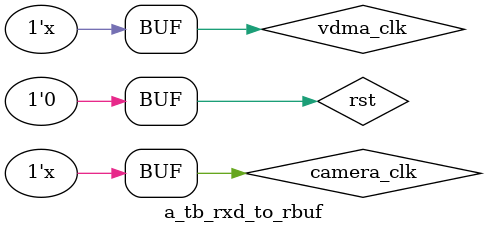
<source format=v>
`timescale 1ns / 1ps

module a_tb_rxd_to_rbuf;

reg         rst;
reg         camera_clk;
reg         vdma_clk;

initial begin
    camera_clk = 1'b1;
    vdma_clk  = 1'b1;
    rst       = 1'b1;
end

always
#20  rst = 1'b0;

always
#2  camera_clk = ~camera_clk;

always
#2  vdma_clk = ~vdma_clk;

wire [23:0] w_pixel;
wire        w_data_valid;
wire        w_hsync;
wire        w_vsync;
wire        w_hblanking;
wire        w_vblanking;

pat_gen_1920x1080x60_gradient    inst_pat_gen_1920x1080x60_gradient 
(
    .clk150                      (camera_clk),
    .o_pixel                     (w_pixel),
    .o_data_valid                (w_data_valid),
    .o_hsync                     (w_hsync),
    .o_vsync                     (w_vsync),
    .o_hblanking                 (w_hblanking),
    .o_vblanking                 (w_vblanking),
    .rst                         (rst)
);


//wire        vdma_clk;
//wire        i_vid_de;
//wire        i_vid_vblank;
//wire        i_vid_hblank;
//wire        i_vid_vsync;
//wire        i_vid_hsync;
//wire [11:0] i_vid_data;
//wire        i_aclk;
//wire        i_aclken;
//wire        i_aresetn;
//
//wire [15:0] o_m_axis_video_tdata;
//wire        o_m_axis_video_tvalid;
//wire        i_m_axis_video_tready;
//wire        o_m_axis_video_tuser;
//wire        o_m_axis_video_tlast;
//
//wire        o_vtd_active_video;
//wire        o_vtd_vblank;
//wire        o_vtd_hblank;
//wire        o_vtd_vsync;
//wire        o_vtd_hsync;
//wire        o_wr_error;
//wire        o_empty;
//wire        i_axis_enable;
//
//module vdma (
//    .vid_in_clk                  (vdma_clk),
//    .vid_de                      (i_vid_de),
//    .vid_vblank                  (i_vid_vblank),
//    .vid_hblank                  (i_vid_hblank),
//    .vid_vsync                   (i_vid_vsync),
//    .vid_hsync                   (i_vid_hsync),
//    .vid_data                    (i_vid_data),
//    .aclk                        (i_aclk),
//    .aclken                      (i_aclken),
//    .aresetn                     (i_aresetn),
//    .m_axis_video_tdata          (o_m_axis_video_tdata),
//    .m_axis_video_tvalid         (o_m_axis_video_tvalid),
//    .m_axis_video_tready         (i_m_axis_video_tready),
//    .m_axis_video_tuser          (o_m_axis_video_tuser),
//    .m_axis_video_tlast          (o_m_axis_video_tlast),
//    .vtd_active_video            (o_vtd_active_video),
//    .vtd_vblank                  (o_vtd_vblank),
//    .vtd_hblank                  (o_vtd_hblank),
//    .vtd_vsync                   (o_vtd_vsync),
//    .vtd_hsync                   (o_vtd_hsync),
//    .wr_error                    (o_wr_error),
//    .empty                       (o_empty),
//    .axis_enable                 (i_axis_enable),
//    .rst                         (rst)
//);



wire        w_xvs8;
wire        w_xhs8;
wire  [7:0] w_lvds8_0;
wire  [7:0] w_lvds8_1;
wire  [7:0] w_lvds8_2;
wire  [7:0] w_lvds8_3;
wire  [7:0] w_lvds8_4;
wire  [7:0] w_lvds8_5;
wire  [7:0] w_lvds8_6;
wire  [7:0] w_lvds8_7;

wire        w_xvs10;
wire        w_xhs10;
wire  [7:0] w_lvds10_00;
wire  [7:0] w_lvds10_01;
wire  [7:0] w_lvds10_02;
wire  [7:0] w_lvds10_03;
wire  [7:0] w_lvds10_04;
wire  [7:0] w_lvds10_05;
wire  [7:0] w_lvds10_06;
wire  [7:0] w_lvds10_07;

wire        w_xvs12;
wire        w_xhs12;
wire  [7:0] w_lvds12_00;
wire  [7:0] w_lvds12_01;
wire  [7:0] w_lvds12_02;
wire  [7:0] w_lvds12_03;
wire  [7:0] w_lvds12_04;
wire  [7:0] w_lvds12_05;
wire  [7:0] w_lvds12_06;
wire  [7:0] w_lvds12_07;
wire  [8:0] w_rbuf8_addrb;
wire  [8:0] w_rbuf10_addrb;
wire  [8:0] w_rbuf12_addrb;

rxd_rbuf_addrb_test              inst_rxd_rbuf_addrb_test 
(
        .camera_clk                  (camera_clk),
    .i_xhs8                      (w_xhs8),
    .i_xhs10                     (w_xhs10),
    .i_xhs12                     (w_xhs12),

    .o_rbuf8_addrb               (w_rbuf8_addrb),
    .o_rbuf10_addrb              (w_rbuf10_addrb),
    .o_rbuf12_addrb              (w_rbuf12_addrb),
    .rst                         (rst)
);

rxd_to_rbuf_8test                inst_rxd_to_rbuf_8test
(
    .camera_clk                  (camera_clk),
    .o_xvs                       (w_xvs8),
    .o_xhs                       (w_xhs8),

    .o_lvds8_0                   (w_lvds8_0),
    .o_lvds8_1                   (w_lvds8_1),
    .o_lvds8_2                   (w_lvds8_2),
    .o_lvds8_3                   (w_lvds8_3),
    .o_lvds8_4                   (w_lvds8_4),
    .o_lvds8_5                   (w_lvds8_5),
    .o_lvds8_6                   (w_lvds8_6),
    .o_lvds8_7                   (w_lvds8_7),

    .rst                         (rst)
);                               

rxd_to_rbuf_10test               inst_rxd_to_rbuf_10test
(                                
    .camera_clk                  (camera_clk),
    .o_xvs                       (w_xvs10),
    .o_xhs                       (w_xhs10),

    .o_lvds10_00                 (w_lvds10_00),
    .o_lvds10_01                 (w_lvds10_01),
    .o_lvds10_02                 (w_lvds10_02),
    .o_lvds10_03                 (w_lvds10_03),
    .o_lvds10_04                 (w_lvds10_04),
    .o_lvds10_05                 (w_lvds10_05),
    .o_lvds10_06                 (w_lvds10_06),
    .o_lvds10_07                 (w_lvds10_07),

    .rst                         (rst)
);                               

rxd_to_rbuf_12test               inst_rxd_to_rbuf_12test
(                                
    .camera_clk                  (camera_clk),
    .o_xvs                       (w_xvs12),
    .o_xhs                       (w_xhs12),

    .o_lvds12_00                 (w_lvds12_00),
    .o_lvds12_01                 (w_lvds12_01),
    .o_lvds12_02                 (w_lvds12_02),
    .o_lvds12_03                 (w_lvds12_03),
    .o_lvds12_04                 (w_lvds12_04),
    .o_lvds12_05                 (w_lvds12_05),
    .o_lvds12_06                 (w_lvds12_06),
    .o_lvds12_07                 (w_lvds12_07),

    .rst                         (rst)
);

wire [7:0]  w_mode8_0;
wire [11:0] w_rbuf_doutb8_0;
wire [ 7:0] w_rbuf_dout8_0;
wire        w_data_valid8_0;
wire  [8:0] w_data_count8_0;
assign w_rbuf_dout8_0 = w_rbuf_doutb8_0[11:4];

rxd_to_rbuf                      inst_rxd_to_rbuf8_0
(
    .camera_clk                  (camera_clk),
    .vdma_clk                    (vdma_clk),
    .i_xhs                       (w_xhs8),
    .i_lvds                      (w_lvds8_0),
    .o_mode                      (w_mode8_0),
    .o_data_valid                (w_data_valid8_0),
    .o_data_count                (w_data_count8_0),
    .i_rbuf_addrb                (w_rbuf8_addrb),
    .o_rbuf_doutb                (w_rbuf_doutb8_0),
    .rst                         (rst)
);

wire [7:0]  w_mode8_1;
wire [11:0] w_rbuf_doutb8_1;
wire [ 7:0] w_rbuf_dout8_1;
wire [ 8:0] w_data_count8_1;
wire        w_data_valid8_1;
assign w_rbuf_dout8_1 = w_rbuf_doutb8_1[11:4];

rxd_to_rbuf                      inst_rxd_to_rbuf8_1
(
    .camera_clk                  (camera_clk),
    .vdma_clk                    (vdma_clk),
    .i_xhs                       (w_xhs8),
    .i_lvds                      (w_lvds8_1),
    .o_mode                      (w_mode8_1),
    .o_data_count                (w_data_count8_1),
    .o_data_valid                (w_data_valid8_1),
    .i_rbuf_addrb                (w_rbuf8_addrb),
    .o_rbuf_doutb                (w_rbuf_doutb8_1),
    .rst                         (rst)
);

wire [7:0]  w_mode8_2;
wire [11:0] w_rbuf_doutb8_2;
wire [ 7:0] w_rbuf_dout8_2;
wire [ 8:0] w_data_count8_2;
wire        w_data_valid8_2;
assign w_rbuf_dout8_2 = w_rbuf_doutb8_2[11:4];

rxd_to_rbuf                      inst_rxd_to_rbuf8_2
(
    .camera_clk                  (camera_clk),
    .vdma_clk                    (vdma_clk),
    .i_xhs                       (w_xhs8),
    .i_lvds                      (w_lvds8_2),
    .o_mode                      (w_mode8_2),
    .o_data_count                (w_data_count8_2),
    .o_data_valid                (w_data_valid8_2),
    .i_rbuf_addrb                (w_rbuf8_addrb),
    .o_rbuf_doutb                (w_rbuf_doutb8_2),
    .rst                         (rst)
);

wire [7:0]  w_mode8_3;
wire [11:0] w_rbuf_doutb8_3;
wire [ 7:0] w_rbuf_dout8_3;
wire [ 8:0] w_data_count8_3;
wire        w_data_valid8_3;
assign w_rbuf_dout8_3 = w_rbuf_doutb8_3[11:4];

rxd_to_rbuf                      inst_rxd_to_rbuf8_3
(
    .camera_clk                  (camera_clk),
    .vdma_clk                    (vdma_clk),
    .i_xhs                       (w_xhs8),
    .i_lvds                      (w_lvds8_3),
    .o_mode                      (w_mode8_3),
    .o_data_count                (w_data_count8_3),
    .o_data_valid                (w_data_valid8_3),
    .i_rbuf_addrb                (w_rbuf8_addrb),
    .o_rbuf_doutb                (w_rbuf_doutb8_3),
    .rst                         (rst)
);

wire [7:0]  w_mode8_4;
wire [11:0] w_rbuf_doutb8_4;
wire [ 7:0] w_rbuf_dout8_4;
wire [ 8:0] w_data_count8_4;
wire        w_data_valid8_4;
assign w_rbuf_dout8_4 = w_rbuf_doutb8_4[11:4];

rxd_to_rbuf                      inst_rxd_to_rbuf8_4
(
    .camera_clk                  (camera_clk),
    .vdma_clk                    (vdma_clk),
    .i_xhs                       (w_xhs8),
    .i_lvds                      (w_lvds8_4),
    .o_mode                      (w_mode8_4),
    .o_data_count                (w_data_count8_4),
    .o_data_valid                (w_data_valid8_4),
    .i_rbuf_addrb                (w_rbuf8_addrb),
    .o_rbuf_doutb                (w_rbuf_doutb8_4),
    .rst                         (rst)
);

wire [7:0]  w_mode8_5;
wire [11:0] w_rbuf_doutb8_5;
wire [ 7:0] w_rbuf_dout8_5;
wire [ 8:0] w_data_count8_5;
wire        w_data_valid8_5;
assign w_rbuf_dout8_5 = w_rbuf_doutb8_5[11:4];

rxd_to_rbuf                      inst_rxd_to_rbuf8_5
(
    .camera_clk                  (camera_clk),
    .vdma_clk                    (vdma_clk),
    .i_xhs                       (w_xhs8),
    .i_lvds                      (w_lvds8_5),
    .o_mode                      (w_mode8_5),
    .o_data_count                (w_data_count8_5),
    .o_data_valid                (w_data_valid8_5),
    .i_rbuf_addrb                (w_rbuf8_addrb),
    .o_rbuf_doutb                (w_rbuf_doutb8_5),
    .rst                         (rst)
);

wire [7:0]  w_mode8_6;
wire [11:0] w_rbuf_doutb8_6;
wire [ 7:0] w_rbuf_dout8_6;
wire [ 8:0] w_data_count8_6;
wire        w_data_valid8_6;
assign w_rbuf_dout8_6 = w_rbuf_doutb8_6[11:4];

rxd_to_rbuf                      inst_rxd_to_rbuf8_6
(
    .camera_clk                  (camera_clk),
    .vdma_clk                    (vdma_clk),
    .i_xhs                       (w_xhs8),
    .i_lvds                      (w_lvds8_6),
    .o_mode                      (w_mode8_6),
    .o_data_count                (w_data_count8_6),
    .o_data_valid                (w_data_valid8_6),
    .i_rbuf_addrb                (w_rbuf8_addrb),
    .o_rbuf_doutb                (w_rbuf_doutb8_6),
    .rst                         (rst)
);

wire [7:0]  w_mode8_7;
wire [11:0] w_rbuf_doutb8_7;
wire [ 7:0] w_rbuf_dout8_7;
wire [ 8:0] w_data_count8_7;
wire        w_data_valid8_7;
assign w_rbuf_dout8_7 = w_rbuf_doutb8_7[11:4];

rxd_to_rbuf                      inst_rxd_to_rbuf8_7
(
    .camera_clk                  (camera_clk),
    .vdma_clk                    (vdma_clk),
    .i_xhs                       (w_xhs8),
    .i_lvds                      (w_lvds8_7),
    .o_mode                      (w_mode8_7),
    .o_data_count                (w_data_count8_7),
    .o_data_valid                (w_data_valid8_7),
    .i_rbuf_addrb                (w_rbuf8_addrb),
    .o_rbuf_doutb                (w_rbuf_doutb8_7),
    .rst                         (rst)
);

wire [7:0]  w_mode10_0;
wire [11:0] w_rbuf_doutb10_0;
wire [ 9:0] w_rbuf_dout10_0;
wire [ 8:0] w_data_count10_0;
wire        w_data_valid10_0;
assign w_rbuf_dout10_0 = w_rbuf_doutb10_0[11:2];

rxd_to_rbuf                      inst_rxd_to_rbuf10_0
(
    .camera_clk                  (camera_clk),
    .vdma_clk                    (vdma_clk),
    .i_xhs                       (w_xhs10),
    .i_lvds                      (w_lvds10_00),
    .o_mode                      (w_mode10_0),
    .o_data_count                (w_data_count10_0),
    .o_data_valid                (w_data_valid10_0),
    .i_rbuf_addrb                (w_rbuf10_addrb),
    .o_rbuf_doutb                (w_rbuf_doutb10_0),
    .rst                         (rst)
);

wire [7:0]  w_mode10_1;
wire [11:0] w_rbuf_doutb10_1;
wire [ 9:0] w_rbuf_dout10_1;
wire [ 8:0] w_data_count10_1;
wire        w_data_valid10_1;
assign w_rbuf_dout10_1 = w_rbuf_doutb10_1[11:2];

rxd_to_rbuf                      inst_rxd_to_rbuf10_1
(
    .camera_clk                  (camera_clk),
    .vdma_clk                    (vdma_clk),
    .i_xhs                       (w_xhs10),
    .i_lvds                      (w_lvds10_01),
    .o_mode                      (w_mode10_1),
    .o_data_count                (w_data_count10_1),
    .o_data_valid                (w_data_valid10_1),
    .i_rbuf_addrb                (w_rbuf10_addrb),
    .o_rbuf_doutb                (w_rbuf_doutb10_1),
    .rst                         (rst)
);

wire [7:0]  w_mode10_2;
wire [11:0] w_rbuf_doutb10_2;
wire [ 9:0] w_rbuf_dout10_2;
wire [ 8:0] w_data_count10_2;
wire        w_data_valid10_2;
assign w_rbuf_dout10_2 = w_rbuf_doutb10_2[11:2];

rxd_to_rbuf                      inst_rxd_to_rbuf10_2
(
    .camera_clk                  (camera_clk),
    .vdma_clk                    (vdma_clk),
    .i_xhs                       (w_xhs10),
    .i_lvds                      (w_lvds10_02),
    .o_mode                      (w_mode10_2),
    .o_data_count                (w_data_count10_2),
    .o_data_valid                (w_data_valid10_2),
    .i_rbuf_addrb                (w_rbuf10_addrb),
    .o_rbuf_doutb                (w_rbuf_doutb10_2),
    .rst                         (rst)
);

wire [7:0]  w_mode10_3;
wire [11:0] w_rbuf_doutb10_3;
wire [ 9:0] w_rbuf_dout10_3;
wire [ 8:0] w_data_count10_3;
wire        w_data_valid10_3;
assign w_rbuf_dout10_3 = w_rbuf_doutb10_3[11:2];

rxd_to_rbuf                      inst_rxd_to_rbuf10_3
(
    .camera_clk                  (camera_clk),
    .vdma_clk                    (vdma_clk),
    .i_xhs                       (w_xhs10),
    .i_lvds                      (w_lvds10_03),
    .o_mode                      (w_mode10_3),
    .o_data_count                (w_data_count10_3),
    .o_data_valid                (w_data_valid10_3),
    .i_rbuf_addrb                (w_rbuf10_addrb),
    .o_rbuf_doutb                (w_rbuf_doutb10_3),
    .rst                         (rst)
);

wire [7:0]  w_mode10_4;
wire [11:0] w_rbuf_doutb10_4;
wire [ 9:0] w_rbuf_dout10_4;
wire [ 8:0] w_data_count10_4;
wire        w_data_valid10_4;
assign w_rbuf_dout10_4 = w_rbuf_doutb10_4[11:2];

rxd_to_rbuf                      inst_rxd_to_rbuf10_4
(
    .camera_clk                  (camera_clk),
    .vdma_clk                    (vdma_clk),
    .i_xhs                       (w_xhs10),
    .i_lvds                      (w_lvds10_04),
    .o_mode                      (w_mode10_4),
    .o_data_count                (w_data_count10_4),
    .o_data_valid                (w_data_valid10_4),
    .i_rbuf_addrb                (w_rbuf10_addrb),
    .o_rbuf_doutb                (w_rbuf_doutb10_4),
    .rst                         (rst)
);

wire [7:0]  w_mode10_5;
wire [11:0] w_rbuf_doutb10_5;
wire [ 9:0] w_rbuf_dout10_5;
wire [ 8:0] w_data_count10_5;
wire        w_data_valid10_5;
assign w_rbuf_dout10_5 = w_rbuf_doutb10_5[11:2];

rxd_to_rbuf                      inst_rxd_to_rbuf10_5
(
    .camera_clk                  (camera_clk),
    .vdma_clk                    (vdma_clk),
    .i_xhs                       (w_xhs10),
    .i_lvds                      (w_lvds10_05),
    .o_mode                      (w_mode10_5),
    .o_data_count                (w_data_count10_5),
    .o_data_valid                (w_data_valid10_5),
    .i_rbuf_addrb                (w_rbuf10_addrb),
    .o_rbuf_doutb                (w_rbuf_doutb10_5),
    .rst                         (rst)
);

wire [7:0]  w_mode10_6;
wire [11:0] w_rbuf_doutb10_6;
wire [ 9:0] w_rbuf_dout10_6;
wire [ 8:0] w_data_count10_6;
wire        w_data_valid10_6;
assign w_rbuf_dout10_6 = w_rbuf_doutb10_6[11:2];

rxd_to_rbuf                      inst_rxd_to_rbuf10_6
(
    .camera_clk                  (camera_clk),
    .vdma_clk                    (vdma_clk),
    .i_xhs                       (w_xhs10),
    .i_lvds                      (w_lvds10_06),
    .o_mode                      (w_mode10_6),
    .o_data_count                (w_data_count10_6),
    .o_data_valid                (w_data_valid10_6),
    .i_rbuf_addrb                (w_rbuf10_addrb),
    .o_rbuf_doutb                (w_rbuf_doutb10_6),
    .rst                         (rst)
);

wire [7:0]  w_mode10_7;
wire [11:0] w_rbuf_doutb10_7;
wire [ 9:0] w_rbuf_dout10_7;
wire [ 8:0] w_data_count10_7;
wire        w_data_valid10_7;
assign w_rbuf_dout10_7 = w_rbuf_doutb10_7[11:2];

rxd_to_rbuf                      inst_rxd_to_rbuf10_7
(
    .camera_clk                  (camera_clk),
    .vdma_clk                    (vdma_clk),
    .i_xhs                       (w_xhs10),
    .i_lvds                      (w_lvds10_07),
    .o_mode                      (w_mode10_7),
    .o_data_count                (w_data_count10_7),
    .o_data_valid                (w_data_valid10_7),
    .i_rbuf_addrb                (w_rbuf10_addrb),
    .o_rbuf_doutb                (w_rbuf_doutb10_7),
    .rst                         (rst)
);

wire [7:0]  w_mode12_0;
wire [11:0] w_rbuf_doutb12_0;
wire  [8:0] w_data_count12_0;
wire        w_data_valid12_0;


rxd_to_rbuf                      inst_rxd_to_rbuf12_0
(
    .camera_clk                  (camera_clk),
    .vdma_clk                    (vdma_clk),
    .i_xhs                       (w_xhs12),
    .i_lvds                      (w_lvds12_00),
    .o_mode                      (w_mode12_0),
    .o_data_count                (w_data_count12_0),
    .o_data_valid                (w_data_valid12_0),
    .i_rbuf_addrb                (w_rbuf12_addrb),
    .o_rbuf_doutb                (w_rbuf_doutb12_0),
    .rst                         (rst)
);

wire [7:0]  w_mode12_1;
wire [11:0] w_rbuf_doutb12_1;
wire  [8:0] w_data_count12_1;
wire        w_data_valid12_1;


rxd_to_rbuf                      inst_rxd_to_rbuf12_1
(
    .camera_clk                  (camera_clk),
    .vdma_clk                    (vdma_clk),
    .i_xhs                       (w_xhs12),
    .i_lvds                      (w_lvds12_01),
    .o_mode                      (w_mode12_1),
    .o_data_count                (w_data_count12_1),
    .o_data_valid                (w_data_valid12_1),
    .i_rbuf_addrb                (w_rbuf12_addrb),
    .o_rbuf_doutb                (w_rbuf_doutb12_1),
    .rst                         (rst)
);

wire [7:0]  w_mode12_2;
wire [11:0] w_rbuf_doutb12_2;
wire  [8:0] w_data_count12_2;
wire        w_data_valid12_2;


rxd_to_rbuf                      inst_rxd_to_rbuf12_2
(
    .camera_clk                  (camera_clk),
    .vdma_clk                    (vdma_clk),
    .i_xhs                       (w_xhs12),
    .i_lvds                      (w_lvds12_02),
    .o_mode                      (w_mode12_2),
    .o_data_count                (w_data_count12_2),
    .o_data_valid                (w_data_valid12_2),
    .i_rbuf_addrb                (w_rbuf12_addrb),
    .o_rbuf_doutb                (w_rbuf_doutb12_2),
    .rst                         (rst)
);

wire [7:0]  w_mode12_3;
wire [11:0] w_rbuf_doutb12_3;
wire  [8:0] w_data_count12_3;
wire        w_data_valid12_3;


rxd_to_rbuf                      inst_rxd_to_rbuf12_3
(
    .camera_clk                  (camera_clk),
    .vdma_clk                    (vdma_clk),
    .i_xhs                       (w_xhs12),
    .i_lvds                      (w_lvds12_03),
    .o_mode                      (w_mode12_3),
    .o_data_count                (w_data_count12_3),
    .o_data_valid                (w_data_valid12_3),
    .i_rbuf_addrb                (w_rbuf12_addrb),
    .o_rbuf_doutb                (w_rbuf_doutb12_3),
    .rst                         (rst)
);

wire [7:0]  w_mode12_4;
wire [11:0] w_rbuf_doutb12_4;
wire  [8:0] w_data_count12_4;
wire        w_data_valid12_4;


rxd_to_rbuf                      inst_rxd_to_rbuf12_4
(
    .camera_clk                  (camera_clk),
    .vdma_clk                    (vdma_clk),
    .i_xhs                       (w_xhs12),
    .i_lvds                      (w_lvds12_04),
    .o_mode                      (w_mode12_4),
    .o_data_count                (w_data_count12_4),
    .o_data_valid                (w_data_valid12_4),
    .i_rbuf_addrb                (w_rbuf12_addrb),
    .o_rbuf_doutb                (w_rbuf_doutb12_4),
    .rst                         (rst)
);

wire [7:0]  w_mode12_5;
wire [11:0] w_rbuf_doutb12_5;
wire  [8:0] w_data_count12_5;
wire        w_data_valid12_5;


rxd_to_rbuf                      inst_rxd_to_rbuf12_5
(
    .camera_clk                  (camera_clk),
    .vdma_clk                    (vdma_clk),
    .i_xhs                       (w_xhs12),
    .i_lvds                      (w_lvds12_05),
    .o_mode                      (w_mode12_5),
    .o_data_count                (w_data_count12_5),
    .o_data_valid                (w_data_valid12_5),
    .i_rbuf_addrb                (w_rbuf12_addrb),
    .o_rbuf_doutb                (w_rbuf_doutb12_5),
    .rst                         (rst)
);

wire [7:0]  w_mode12_6;
wire [11:0] w_rbuf_doutb12_6;
wire  [8:0] w_data_count12_6;
wire        w_data_valid12_6;


rxd_to_rbuf                      inst_rxd_to_rbuf12_6
(
    .camera_clk                  (camera_clk),
    .vdma_clk                    (vdma_clk),
    .i_xhs                       (w_xhs12),
    .i_lvds                      (w_lvds12_06),
    .o_mode                      (w_mode12_6),
    .o_data_count                (w_data_count12_6),
    .o_data_valid                (w_data_valid12_6),
    .i_rbuf_addrb                (w_rbuf12_addrb),
    .o_rbuf_doutb                (w_rbuf_doutb12_6),
    .rst                         (rst)
);

wire [7:0]  w_mode12_7;
wire [11:0] w_rbuf_doutb12_7;
wire  [8:0] w_data_count12_7;
wire        w_data_valid12_7;


rxd_to_rbuf                      inst_rxd_to_rbuf12_7
(
    .camera_clk                  (camera_clk),
    .vdma_clk                    (vdma_clk),
    .i_xhs                       (w_xhs12),
    .i_lvds                      (w_lvds12_07),
    .o_mode                      (w_mode12_7),
    .o_data_count                (w_data_count12_7),
    .o_data_valid                (w_data_valid12_7),
    .i_rbuf_addrb                (w_rbuf12_addrb),
    .o_rbuf_doutb                (w_rbuf_doutb12_7),
    .rst                         (rst)
);

endmodule



</source>
